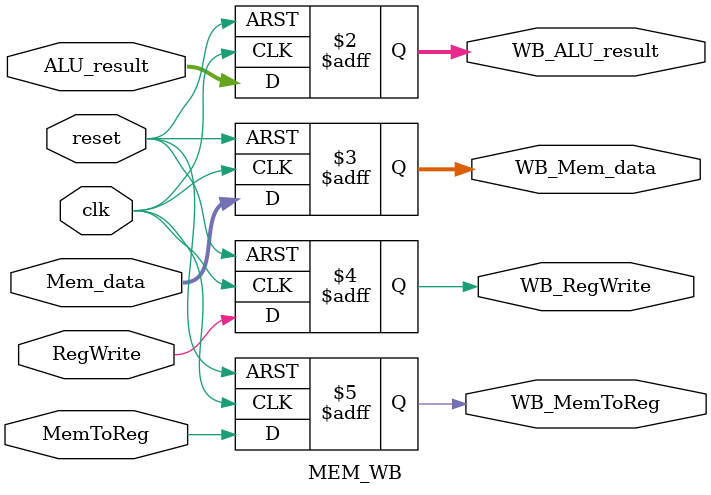
<source format=v>
`timescale 1ns / 1ps


module MEM_WB (
    input wire clk,
    input wire reset,
    input wire [31:0] ALU_result,
    input wire [31:0] Mem_data,
    input wire RegWrite,
    input wire MemToReg,
    output reg [31:0] WB_ALU_result,
    output reg [31:0] WB_Mem_data,
    output reg WB_RegWrite,
    output reg WB_MemToReg
);
    always @(posedge clk or posedge reset) begin
        if (reset) begin
            WB_ALU_result <= 32'b0;
            WB_Mem_data <= 32'b0;
            WB_RegWrite <= 1'b0;
            WB_MemToReg <= 1'b0;
        end else begin
            WB_ALU_result <= ALU_result;
            WB_Mem_data <= Mem_data;
            WB_RegWrite <= RegWrite;
            WB_MemToReg <= MemToReg;
        end
    end
endmodule

</source>
